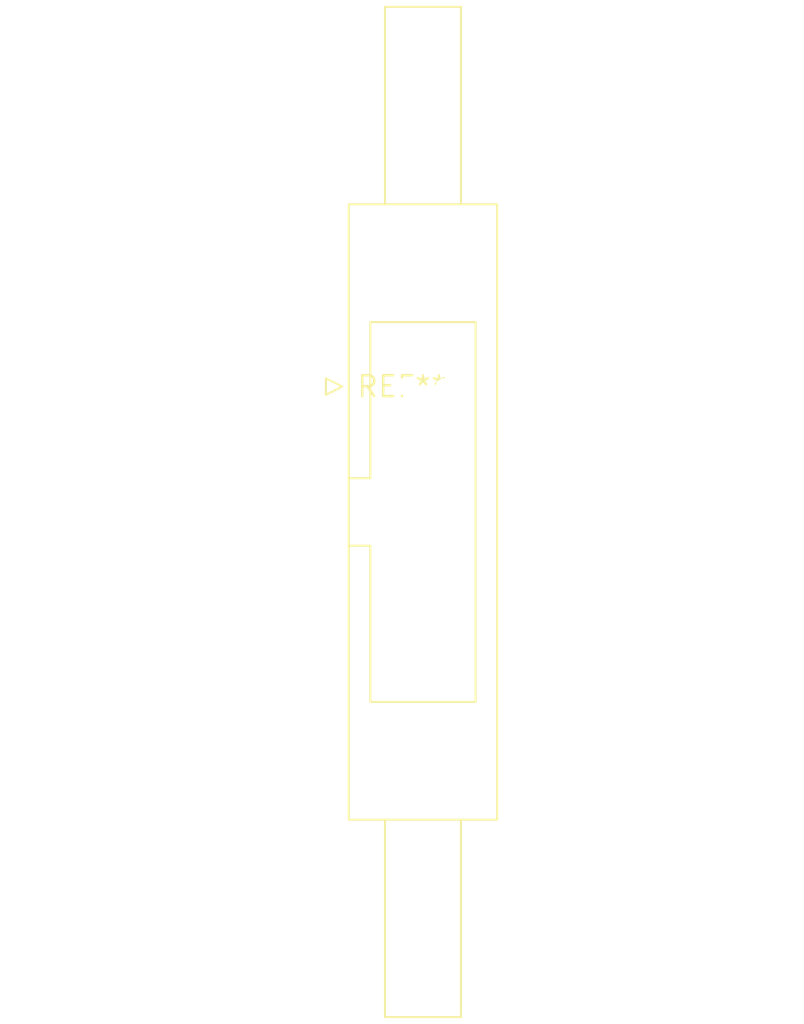
<source format=kicad_pcb>
(kicad_pcb (version 20240108) (generator pcbnew)
  (layers (0 "F.Cu" signal) (31 "B.Cu" signal) (34 "B.Paste" user) (35 "F.Paste" user) (36 "B.SilkS" user "B.Silkscreen") (37 "F.SilkS" user "F.Silkscreen") (38 "B.Mask" user) (39 "F.Mask" user) (44 "Edge.Cuts" user))
  (net 0 "")
  (footprint "IDC-Header_2x07_P2.54mm_Latch12.0mm_Vertical" (layer "F.Cu") (at 0 0)
    (property "Reference" "REF**")
    (property "Value" "IDC-Header_2x07_P2.54mm_Latch12.0mm_Vertical")
    (fp_line (start -4.63 -0.5) (end -4.63 0.5) (layer "F.SilkS") (stroke (width 0.12)))
    (fp_line (start -4.63 0.5) (end -3.63 0) (layer "F.SilkS") (stroke (width 0.12)))
    (fp_line (start -3.63 0) (end -4.63 -0.5) (layer "F.SilkS") (stroke (width 0.12)))
    (fp_line (start -3.24 -11.08) (end 5.78 -11.08) (layer "F.SilkS") (stroke (width 0.12)))
    (fp_line (start -3.24 5.57) (end -1.93 5.57) (layer "F.SilkS") (stroke (width 0.12)))
    (fp_line (start -3.24 26.32) (end -3.24 -11.08) (layer "F.SilkS") (stroke (width 0.12)))
    (fp_line (start -1.93 -3.92) (end 4.47 -3.92) (layer "F.SilkS") (stroke (width 0.12)))
    (fp_line (start -1.93 5.57) (end -1.93 -3.92) (layer "F.SilkS") (stroke (width 0.12)))
    (fp_line (start -1.93 9.67) (end -3.24 9.67) (layer "F.SilkS") (stroke (width 0.12)))
    (fp_line (start -1.93 9.67) (end -1.93 9.67) (layer "F.SilkS") (stroke (width 0.12)))
    (fp_line (start -1.93 19.16) (end -1.93 9.67) (layer "F.SilkS") (stroke (width 0.12)))
    (fp_line (start -1.04 -23.08) (end 3.58 -23.08) (layer "F.SilkS") (stroke (width 0.12)))
    (fp_line (start -1.04 -11.08) (end -1.04 -23.08) (layer "F.SilkS") (stroke (width 0.12)))
    (fp_line (start -1.04 26.32) (end -1.04 38.32) (layer "F.SilkS") (stroke (width 0.12)))
    (fp_line (start -1.04 38.32) (end 3.58 38.32) (layer "F.SilkS") (stroke (width 0.12)))
    (fp_line (start 3.58 -23.08) (end 3.58 -11.08) (layer "F.SilkS") (stroke (width 0.12)))
    (fp_line (start 3.58 38.32) (end 3.58 26.32) (layer "F.SilkS") (stroke (width 0.12)))
    (fp_line (start 4.47 -3.92) (end 4.47 19.16) (layer "F.SilkS") (stroke (width 0.12)))
    (fp_line (start 4.47 19.16) (end -1.93 19.16) (layer "F.SilkS") (stroke (width 0.12)))
    (fp_line (start 5.78 -11.08) (end 5.78 26.32) (layer "F.SilkS") (stroke (width 0.12)))
    (fp_line (start 5.78 26.32) (end -3.24 26.32) (layer "F.SilkS") (stroke (width 0.12)))
    (pad "1" thru_hole roundrect (at 0 0) (size 1.7 1.7) (drill 1) (layers *.Cu *.Mask) (remove_unused_layers) (roundrect_rratio 0.147059))
    (pad "2" thru_hole circle (at 2.54 0) (size 1.7 1.7) (drill 1) (layers *.Cu *.Mask) (remove_unused_layers))
    (pad "3" thru_hole circle (at 0 2.54) (size 1.7 1.7) (drill 1) (layers *.Cu *.Mask) (remove_unused_layers))
    (pad "4" thru_hole circle (at 2.54 2.54) (size 1.7 1.7) (drill 1) (layers *.Cu *.Mask) (remove_unused_layers))
    (pad "5" thru_hole circle (at 0 5.08) (size 1.7 1.7) (drill 1) (layers *.Cu *.Mask) (remove_unused_layers))
    (pad "6" thru_hole circle (at 2.54 5.08) (size 1.7 1.7) (drill 1) (layers *.Cu *.Mask) (remove_unused_layers))
    (pad "7" thru_hole circle (at 0 7.62) (size 1.7 1.7) (drill 1) (layers *.Cu *.Mask) (remove_unused_layers))
    (pad "8" thru_hole circle (at 2.54 7.62) (size 1.7 1.7) (drill 1) (layers *.Cu *.Mask) (remove_unused_layers))
    (pad "9" thru_hole circle (at 0 10.16) (size 1.7 1.7) (drill 1) (layers *.Cu *.Mask) (remove_unused_layers))
    (pad "10" thru_hole circle (at 2.54 10.16) (size 1.7 1.7) (drill 1) (layers *.Cu *.Mask) (remove_unused_layers))
    (pad "11" thru_hole circle (at 0 12.7) (size 1.7 1.7) (drill 1) (layers *.Cu *.Mask) (remove_unused_layers))
    (pad "12" thru_hole circle (at 2.54 12.7) (size 1.7 1.7) (drill 1) (layers *.Cu *.Mask) (remove_unused_layers))
    (pad "13" thru_hole circle (at 0 15.24) (size 1.7 1.7) (drill 1) (layers *.Cu *.Mask) (remove_unused_layers))
    (pad "14" thru_hole circle (at 2.54 15.24) (size 1.7 1.7) (drill 1) (layers *.Cu *.Mask) (remove_unused_layers))
  )
)
</source>
